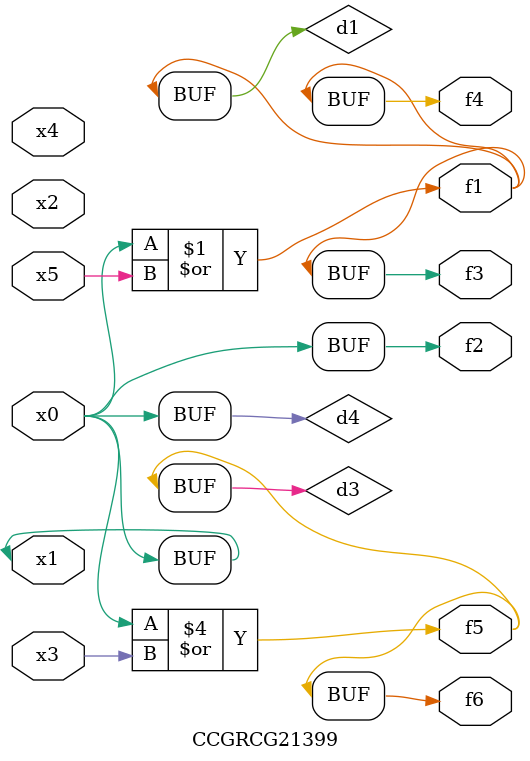
<source format=v>
module CCGRCG21399(
	input x0, x1, x2, x3, x4, x5,
	output f1, f2, f3, f4, f5, f6
);

	wire d1, d2, d3, d4;

	or (d1, x0, x5);
	xnor (d2, x1, x4);
	or (d3, x0, x3);
	buf (d4, x0, x1);
	assign f1 = d1;
	assign f2 = d4;
	assign f3 = d1;
	assign f4 = d1;
	assign f5 = d3;
	assign f6 = d3;
endmodule

</source>
